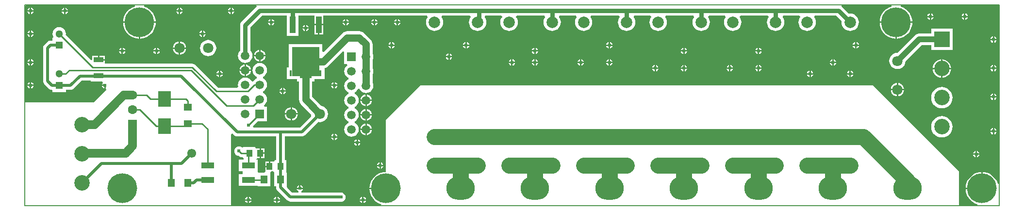
<source format=gtl>
G04 Layer_Physical_Order=1*
G04 Layer_Color=255*
%FSLAX25Y25*%
%MOIN*%
G70*
G01*
G75*
%ADD10R,0.09055X0.11024*%
%ADD11R,0.09055X0.03937*%
%ADD12R,0.03937X0.04724*%
%ADD13R,0.05512X0.04724*%
%ADD14R,0.04724X0.05512*%
%ADD15R,0.01575X0.03937*%
%ADD16R,0.07874X0.01575*%
%ADD17R,0.03937X0.11811*%
%ADD18R,0.18898X0.20079*%
%ADD19R,0.06693X0.03740*%
%ADD20C,0.03000*%
%ADD21C,0.01000*%
%ADD22C,0.11000*%
%ADD23C,0.06000*%
%ADD24C,0.02000*%
%ADD25C,0.05000*%
%ADD26C,0.04000*%
%ADD27C,0.00500*%
%ADD28C,0.05118*%
%ADD29R,0.05118X0.05118*%
%ADD30C,0.20472*%
%ADD31O,0.19685X0.15748*%
%ADD32C,0.07087*%
%ADD33C,0.06102*%
%ADD34R,0.06299X0.06299*%
%ADD35C,0.06299*%
%ADD36C,0.10630*%
%ADD37C,0.05906*%
%ADD38R,0.05906X0.05906*%
%ADD39C,0.07874*%
%ADD40R,0.10630X0.10630*%
%ADD41C,0.02400*%
G36*
X75521Y137795D02*
X75639Y136795D01*
X75257Y136704D01*
X73623Y136027D01*
X72115Y135103D01*
X70770Y133954D01*
X69622Y132609D01*
X68698Y131101D01*
X68021Y129467D01*
X67608Y127747D01*
X67509Y126484D01*
X89972D01*
X89872Y127747D01*
X89460Y129467D01*
X88783Y131101D01*
X87859Y132609D01*
X86710Y133954D01*
X85365Y135103D01*
X83857Y136027D01*
X82223Y136704D01*
X81841Y136795D01*
X81959Y137795D01*
X158954Y137795D01*
X159293Y136795D01*
X158904Y136496D01*
X148921Y126514D01*
X148360Y125782D01*
X148007Y124931D01*
X147887Y124017D01*
Y106526D01*
X147885Y106525D01*
X147091Y105490D01*
X146592Y104285D01*
X146422Y102992D01*
X146592Y101699D01*
X147091Y100494D01*
X147885Y99460D01*
X148920Y98666D01*
X150124Y98167D01*
X151417Y97997D01*
X152710Y98167D01*
X153915Y98666D01*
X154950Y99460D01*
X155744Y100494D01*
X156243Y101699D01*
X156413Y102992D01*
X156243Y104285D01*
X155744Y105490D01*
X154950Y106525D01*
X154947Y106526D01*
Y122555D01*
X162862Y130470D01*
X179949D01*
Y116504D01*
X187886D01*
Y130470D01*
X198941D01*
Y124909D01*
X204878D01*
Y130470D01*
X276203D01*
X276676Y129470D01*
X276536Y129299D01*
X275984Y128267D01*
X275645Y127148D01*
X275530Y125984D01*
X275645Y124820D01*
X275984Y123701D01*
X276536Y122670D01*
X277278Y121766D01*
X278182Y121024D01*
X279213Y120473D01*
X280332Y120133D01*
X281496Y120018D01*
X282660Y120133D01*
X283779Y120473D01*
X284810Y121024D01*
X285715Y121766D01*
X286456Y122670D01*
X287008Y123701D01*
X287347Y124820D01*
X287462Y125984D01*
X287347Y127148D01*
X287008Y128267D01*
X286456Y129299D01*
X286316Y129470D01*
X286789Y130470D01*
X305731D01*
X306204Y129470D01*
X306063Y129299D01*
X305512Y128267D01*
X305172Y127148D01*
X305058Y125984D01*
X305172Y124820D01*
X305512Y123701D01*
X306063Y122670D01*
X306805Y121766D01*
X307709Y121024D01*
X308741Y120473D01*
X309860Y120133D01*
X311024Y120018D01*
X312188Y120133D01*
X313307Y120473D01*
X314338Y121024D01*
X315242Y121766D01*
X315984Y122670D01*
X316535Y123701D01*
X316875Y124820D01*
X316989Y125984D01*
X316875Y127148D01*
X316535Y128267D01*
X315984Y129299D01*
X315844Y129470D01*
X316317Y130470D01*
X327384D01*
X327857Y129470D01*
X327717Y129299D01*
X327166Y128267D01*
X326826Y127148D01*
X326711Y125984D01*
X326826Y124820D01*
X327166Y123701D01*
X327717Y122670D01*
X328459Y121766D01*
X329363Y121024D01*
X330394Y120473D01*
X331513Y120133D01*
X332677Y120018D01*
X333841Y120133D01*
X334960Y120473D01*
X335992Y121024D01*
X336896Y121766D01*
X337637Y122670D01*
X338189Y123701D01*
X338528Y124820D01*
X338643Y125984D01*
X338528Y127148D01*
X338189Y128267D01*
X337637Y129299D01*
X337497Y129470D01*
X337970Y130470D01*
X356912D01*
X357385Y129470D01*
X357244Y129299D01*
X356693Y128267D01*
X356354Y127148D01*
X356239Y125984D01*
X356354Y124820D01*
X356693Y123701D01*
X357244Y122670D01*
X357986Y121766D01*
X358890Y121024D01*
X359922Y120473D01*
X361041Y120133D01*
X362205Y120018D01*
X363369Y120133D01*
X364488Y120473D01*
X365519Y121024D01*
X366423Y121766D01*
X367165Y122670D01*
X367716Y123701D01*
X368056Y124820D01*
X368170Y125984D01*
X368056Y127148D01*
X367716Y128267D01*
X367165Y129299D01*
X367025Y129470D01*
X367498Y130470D01*
X378565D01*
X379038Y129470D01*
X378898Y129299D01*
X378347Y128267D01*
X378007Y127148D01*
X377892Y125984D01*
X378007Y124820D01*
X378347Y123701D01*
X378898Y122670D01*
X379640Y121766D01*
X380544Y121024D01*
X381575Y120473D01*
X382694Y120133D01*
X383858Y120018D01*
X385022Y120133D01*
X386141Y120473D01*
X387173Y121024D01*
X388077Y121766D01*
X388819Y122670D01*
X389370Y123701D01*
X389709Y124820D01*
X389824Y125984D01*
X389709Y127148D01*
X389370Y128267D01*
X388819Y129299D01*
X388678Y129470D01*
X389151Y130470D01*
X408093D01*
X408566Y129470D01*
X408426Y129299D01*
X407874Y128267D01*
X407535Y127148D01*
X407420Y125984D01*
X407535Y124820D01*
X407874Y123701D01*
X408426Y122670D01*
X409167Y121766D01*
X410071Y121024D01*
X411103Y120473D01*
X412222Y120133D01*
X413386Y120018D01*
X414550Y120133D01*
X415669Y120473D01*
X416700Y121024D01*
X417604Y121766D01*
X418346Y122670D01*
X418897Y123701D01*
X419237Y124820D01*
X419352Y125984D01*
X419237Y127148D01*
X418897Y128267D01*
X418346Y129299D01*
X418206Y129470D01*
X418679Y130470D01*
X429746D01*
X430220Y129470D01*
X430079Y129299D01*
X429528Y128267D01*
X429188Y127148D01*
X429074Y125984D01*
X429188Y124820D01*
X429528Y123701D01*
X430079Y122670D01*
X430821Y121766D01*
X431725Y121024D01*
X432756Y120473D01*
X433876Y120133D01*
X435039Y120018D01*
X436203Y120133D01*
X437322Y120473D01*
X438354Y121024D01*
X439258Y121766D01*
X440000Y122670D01*
X440551Y123701D01*
X440891Y124820D01*
X441005Y125984D01*
X440891Y127148D01*
X440551Y128267D01*
X440000Y129299D01*
X439859Y129470D01*
X440332Y130470D01*
X459274D01*
X459747Y129470D01*
X459607Y129299D01*
X459055Y128267D01*
X458716Y127148D01*
X458601Y125984D01*
X458716Y124820D01*
X459055Y123701D01*
X459607Y122670D01*
X460349Y121766D01*
X461252Y121024D01*
X462284Y120473D01*
X463403Y120133D01*
X464567Y120018D01*
X465731Y120133D01*
X466850Y120473D01*
X467881Y121024D01*
X468785Y121766D01*
X469527Y122670D01*
X470079Y123701D01*
X470418Y124820D01*
X470533Y125984D01*
X470418Y127148D01*
X470079Y128267D01*
X469527Y129299D01*
X469387Y129470D01*
X469860Y130470D01*
X480928D01*
X481401Y129470D01*
X481260Y129299D01*
X480709Y128267D01*
X480369Y127148D01*
X480255Y125984D01*
X480369Y124820D01*
X480709Y123701D01*
X481260Y122670D01*
X482002Y121766D01*
X482906Y121024D01*
X483938Y120473D01*
X485057Y120133D01*
X486221Y120018D01*
X487384Y120133D01*
X488504Y120473D01*
X489535Y121024D01*
X490439Y121766D01*
X491181Y122670D01*
X491732Y123701D01*
X492072Y124820D01*
X492186Y125984D01*
X492072Y127148D01*
X491732Y128267D01*
X491181Y129299D01*
X491040Y129470D01*
X491513Y130470D01*
X510455D01*
X510928Y129470D01*
X510788Y129299D01*
X510236Y128267D01*
X509897Y127148D01*
X509782Y125984D01*
X509897Y124820D01*
X510236Y123701D01*
X510788Y122670D01*
X511530Y121766D01*
X512434Y121024D01*
X513465Y120473D01*
X514584Y120133D01*
X515748Y120018D01*
X516912Y120133D01*
X518031Y120473D01*
X519062Y121024D01*
X519966Y121766D01*
X520708Y122670D01*
X521260Y123701D01*
X521599Y124820D01*
X521714Y125984D01*
X521599Y127148D01*
X521260Y128267D01*
X520708Y129299D01*
X520568Y129470D01*
X521041Y130470D01*
X532109D01*
X532582Y129470D01*
X532441Y129299D01*
X531890Y128267D01*
X531551Y127148D01*
X531436Y125984D01*
X531551Y124820D01*
X531890Y123701D01*
X532441Y122670D01*
X533183Y121766D01*
X534087Y121024D01*
X535119Y120473D01*
X536238Y120133D01*
X537402Y120018D01*
X538565Y120133D01*
X539685Y120473D01*
X540716Y121024D01*
X541620Y121766D01*
X542362Y122670D01*
X542913Y123701D01*
X543253Y124820D01*
X543367Y125984D01*
X543253Y127148D01*
X542913Y128267D01*
X542362Y129299D01*
X542221Y129470D01*
X542694Y130470D01*
X557451D01*
X561051Y126870D01*
X560963Y125984D01*
X561078Y124820D01*
X561417Y123701D01*
X561969Y122670D01*
X562711Y121766D01*
X563615Y121024D01*
X564646Y120473D01*
X565765Y120133D01*
X566929Y120018D01*
X568093Y120133D01*
X569212Y120473D01*
X570244Y121024D01*
X571147Y121766D01*
X571889Y122670D01*
X572441Y123701D01*
X572780Y124820D01*
X572895Y125984D01*
X572780Y127148D01*
X572441Y128267D01*
X571889Y129299D01*
X571147Y130203D01*
X570244Y130945D01*
X569212Y131496D01*
X568093Y131835D01*
X566929Y131950D01*
X566043Y131863D01*
X561410Y136496D01*
X561020Y136795D01*
X561360Y137795D01*
X595205Y137795D01*
X595323Y136795D01*
X594942Y136704D01*
X593308Y136027D01*
X591800Y135103D01*
X590455Y133954D01*
X589307Y132609D01*
X588383Y131101D01*
X587706Y129467D01*
X587293Y127747D01*
X587194Y126484D01*
X609657D01*
X609557Y127747D01*
X609144Y129467D01*
X608468Y131101D01*
X607544Y132609D01*
X606395Y133954D01*
X605050Y135103D01*
X603542Y136027D01*
X601908Y136704D01*
X601527Y136795D01*
X601646Y137795D01*
X669291Y137795D01*
X669291Y137795D01*
Y15030D01*
X668291Y14912D01*
X668200Y15294D01*
X667523Y16928D01*
X666599Y18436D01*
X665450Y19781D01*
X664105Y20929D01*
X662597Y21854D01*
X660963Y22530D01*
X659243Y22943D01*
X657980Y23043D01*
Y11811D01*
X657480D01*
Y11311D01*
X646249D01*
X646348Y10048D01*
X646761Y8328D01*
X647438Y6694D01*
X648362Y5186D01*
X649510Y3841D01*
X650855Y2693D01*
X652363Y1768D01*
X653997Y1092D01*
X654380Y1000D01*
X654261Y-0D01*
X641732D01*
X641732Y0D01*
Y7874D01*
Y23622D01*
X637795Y27559D01*
X582677Y82677D01*
X271654D01*
X267717Y78740D01*
X248031Y59055D01*
Y23082D01*
X246268Y22943D01*
X244549Y22530D01*
X242915Y21854D01*
X241407Y20929D01*
X240062Y19781D01*
X238913Y18436D01*
X237989Y16928D01*
X237312Y15294D01*
X236899Y13574D01*
X236800Y12311D01*
X248031D01*
Y11311D01*
X236800D01*
X236899Y10048D01*
X237312Y8328D01*
X237989Y6694D01*
X238913Y5186D01*
X240062Y3841D01*
X241407Y2693D01*
X242915Y1768D01*
X244549Y1092D01*
X244931Y1000D01*
X244812Y-0D01*
X142732D01*
X141732Y0D01*
X141732Y49074D01*
X142732Y49488D01*
X143860Y48360D01*
X143860Y48360D01*
X144487Y47879D01*
X145217Y47577D01*
X146000Y47474D01*
X172683D01*
Y31262D01*
X171672D01*
Y31037D01*
X171128Y30262D01*
X170672Y30262D01*
X168660D01*
Y26900D01*
X168160D01*
Y26400D01*
X165191D01*
Y23756D01*
X165191Y23538D01*
X164665Y22756D01*
X160470D01*
X160071Y23591D01*
X160071Y23697D01*
Y31528D01*
X159215D01*
X159160Y31582D01*
X159136Y31638D01*
X159144Y31722D01*
X159799Y32638D01*
X161240D01*
Y36000D01*
Y39362D01*
X159228D01*
X158772Y39362D01*
X158228Y40137D01*
Y40362D01*
X150291D01*
Y40240D01*
X149676Y39930D01*
X149291Y39852D01*
X148714Y40295D01*
X147935Y40618D01*
X147100Y40728D01*
X146265Y40618D01*
X145486Y40295D01*
X144818Y39782D01*
X144305Y39114D01*
X143982Y38335D01*
X143872Y37500D01*
X143982Y36665D01*
X144305Y35886D01*
X144818Y35218D01*
X145486Y34705D01*
X146265Y34382D01*
X146666Y34330D01*
X146798Y34198D01*
X147625Y33645D01*
X148600Y33451D01*
X149584D01*
X150291Y32744D01*
Y31638D01*
X149337Y31528D01*
X147016D01*
Y23591D01*
X149606D01*
Y21528D01*
X147016D01*
Y13590D01*
X159929D01*
Y13244D01*
X168654D01*
Y22538D01*
X168654Y22756D01*
X169180Y23538D01*
X170820Y23538D01*
X171299Y22827D01*
X171346Y22628D01*
Y13244D01*
X172683D01*
Y12591D01*
X172786Y11808D01*
X173088Y11078D01*
X173569Y10452D01*
X180360Y3660D01*
X180360Y3660D01*
X180987Y3179D01*
X181717Y2877D01*
X182500Y2774D01*
X182500Y2774D01*
X216143D01*
X216365Y2682D01*
X217200Y2572D01*
X218035Y2682D01*
X218814Y3005D01*
X219482Y3518D01*
X219995Y4186D01*
X220318Y4965D01*
X220428Y5800D01*
X220318Y6635D01*
X219995Y7414D01*
X219482Y8082D01*
X218814Y8595D01*
X218035Y8918D01*
X217200Y9028D01*
X216365Y8918D01*
X216143Y8826D01*
X190132D01*
X189974Y9312D01*
X189965Y9826D01*
X190562Y10225D01*
X191049Y10953D01*
X191120Y11311D01*
X186833D01*
X186904Y10953D01*
X187390Y10225D01*
X187987Y9826D01*
X187979Y9312D01*
X187821Y8826D01*
X183753D01*
X180299Y12280D01*
X180071Y13244D01*
X180071D01*
X180071Y13244D01*
Y22756D01*
X179609D01*
Y31262D01*
X178735D01*
Y47474D01*
X190264D01*
X191047Y47577D01*
X191777Y47879D01*
X192403Y48360D01*
X201597Y57554D01*
X202756Y57401D01*
X204203Y57591D01*
X205552Y58150D01*
X206709Y59039D01*
X207598Y60197D01*
X208156Y61545D01*
X208347Y62992D01*
X208156Y64439D01*
X207598Y65788D01*
X206709Y66946D01*
X205552Y67834D01*
X204203Y68393D01*
X203709Y68458D01*
X197452Y74715D01*
Y85402D01*
X198850D01*
Y86976D01*
X205937D01*
Y94585D01*
X206291Y94632D01*
X207385Y95085D01*
X208325Y95806D01*
X218533Y106014D01*
X219457Y105631D01*
Y97409D01*
X221209D01*
X221548Y96409D01*
X220877Y95894D01*
X220083Y94860D01*
X219584Y93655D01*
X219414Y92362D01*
X219584Y91069D01*
X220083Y89864D01*
X220877Y88830D01*
X221912Y88036D01*
X222232Y87903D01*
Y86821D01*
X221912Y86688D01*
X220877Y85895D01*
X220083Y84860D01*
X219584Y83655D01*
X219414Y82362D01*
X219584Y81069D01*
X220083Y79864D01*
X220877Y78830D01*
X221912Y78036D01*
X222232Y77903D01*
Y76821D01*
X221912Y76688D01*
X220877Y75894D01*
X220083Y74860D01*
X219584Y73655D01*
X219414Y72362D01*
X219584Y71069D01*
X220083Y69864D01*
X220877Y68830D01*
X221912Y68036D01*
X222232Y67903D01*
Y66821D01*
X221912Y66688D01*
X220877Y65895D01*
X220083Y64860D01*
X219584Y63655D01*
X219414Y62362D01*
X219584Y61069D01*
X220083Y59864D01*
X220877Y58830D01*
X221912Y58036D01*
X222232Y57903D01*
Y56821D01*
X221912Y56688D01*
X220877Y55895D01*
X220083Y54860D01*
X219584Y53655D01*
X219414Y52362D01*
X219584Y51069D01*
X220083Y49864D01*
X220877Y48830D01*
X221912Y48036D01*
X223116Y47537D01*
X224410Y47367D01*
X225702Y47537D01*
X226907Y48036D01*
X227942Y48830D01*
X228736Y49864D01*
X229235Y51069D01*
X229405Y52362D01*
X229235Y53655D01*
X228736Y54860D01*
X227942Y55895D01*
X226907Y56688D01*
X226587Y56821D01*
Y57903D01*
X226907Y58036D01*
X227942Y58830D01*
X228736Y59864D01*
X229235Y61069D01*
X229405Y62362D01*
X229235Y63655D01*
X228736Y64860D01*
X227942Y65895D01*
X226907Y66688D01*
X226587Y66821D01*
Y67903D01*
X226907Y68036D01*
X227942Y68830D01*
X228736Y69864D01*
X229235Y71069D01*
X229405Y72362D01*
X229235Y73655D01*
X228736Y74860D01*
X227942Y75894D01*
X226907Y76688D01*
X226587Y76821D01*
Y77903D01*
X226907Y78036D01*
X227942Y78830D01*
X228736Y79864D01*
X228868Y80185D01*
X229951D01*
X230083Y79864D01*
X230877Y78830D01*
X231912Y78036D01*
X233117Y77537D01*
X234409Y77367D01*
X235702Y77537D01*
X236907Y78036D01*
X237942Y78830D01*
X238736Y79864D01*
X239235Y81069D01*
X239405Y82362D01*
X239235Y83655D01*
X238948Y84347D01*
Y90378D01*
X239235Y91069D01*
X239405Y92362D01*
X239235Y93655D01*
X238948Y94347D01*
Y100378D01*
X239235Y101069D01*
X239405Y102362D01*
X239235Y103655D01*
X238948Y104347D01*
Y110791D01*
X238948Y110791D01*
X238794Y111965D01*
X238340Y113060D01*
X237619Y114000D01*
X233009Y118609D01*
X232069Y119331D01*
X230975Y119784D01*
X229800Y119939D01*
X221500D01*
X220325Y119784D01*
X219231Y119331D01*
X218291Y118609D01*
X205286Y105605D01*
X204362Y105988D01*
Y111055D01*
X181465D01*
Y94913D01*
X179890D01*
Y86976D01*
X186976D01*
Y85402D01*
X188375D01*
Y72835D01*
X188529Y71660D01*
X188983Y70565D01*
X189704Y69625D01*
X196737Y62592D01*
X196748Y61264D01*
X189010Y53526D01*
X157463D01*
X156986Y54046D01*
X156742Y54526D01*
X156770Y54740D01*
X160069Y58039D01*
X166370D01*
Y67945D01*
X164618D01*
X164279Y68945D01*
X164950Y69460D01*
X165744Y70494D01*
X166243Y71699D01*
X166413Y72992D01*
X166243Y74285D01*
X165744Y75490D01*
X164950Y76525D01*
X163915Y77318D01*
X163595Y77451D01*
Y78533D01*
X163915Y78666D01*
X164950Y79460D01*
X165744Y80494D01*
X166243Y81699D01*
X166413Y82992D01*
X166243Y84285D01*
X165744Y85490D01*
X164950Y86524D01*
X163915Y87318D01*
X163595Y87451D01*
Y88533D01*
X163915Y88666D01*
X164950Y89460D01*
X165744Y90494D01*
X166243Y91699D01*
X166413Y92992D01*
X166243Y94285D01*
X165744Y95490D01*
X164950Y96525D01*
X163915Y97318D01*
X162710Y97817D01*
X161417Y97988D01*
X160124Y97817D01*
X158920Y97318D01*
X157885Y96525D01*
X157091Y95490D01*
X156592Y94285D01*
X156422Y92992D01*
X156592Y91699D01*
X157091Y90494D01*
X157885Y89460D01*
X158920Y88666D01*
X159240Y88533D01*
Y87451D01*
X158920Y87318D01*
X157885Y86524D01*
X157091Y85490D01*
X157058Y85411D01*
X156739Y85347D01*
X156575Y85238D01*
X155744Y85490D01*
X154950Y86524D01*
X153915Y87318D01*
X152710Y87817D01*
X151417Y87988D01*
X150124Y87817D01*
X148920Y87318D01*
X147885Y86524D01*
X147091Y85490D01*
X146592Y84285D01*
X146422Y82992D01*
X146541Y82088D01*
X145878Y81088D01*
X132680D01*
X116866Y96902D01*
X116039Y97455D01*
X115064Y97649D01*
X55146D01*
Y99712D01*
X50800D01*
Y100212D01*
X50300D01*
Y103082D01*
X46454D01*
Y100190D01*
X45530Y99807D01*
X28105Y117232D01*
X28220Y118110D01*
X28064Y119300D01*
X27604Y120409D01*
X26874Y121362D01*
X25921Y122093D01*
X24812Y122552D01*
X23622Y122709D01*
X22432Y122552D01*
X21323Y122093D01*
X20370Y121362D01*
X19640Y120409D01*
X19180Y119300D01*
X19024Y118110D01*
X19180Y116920D01*
X19640Y115811D01*
X19652Y115795D01*
X19159Y114795D01*
X19063D01*
Y113262D01*
X17536D01*
X16753Y113159D01*
X16023Y112857D01*
X15397Y112376D01*
X13460Y110440D01*
X12979Y109813D01*
X12677Y109083D01*
X12574Y108300D01*
Y85700D01*
X12677Y84917D01*
X12979Y84187D01*
X13460Y83560D01*
X16483Y80537D01*
X17110Y80057D01*
X17840Y79754D01*
X18623Y79651D01*
X19063Y78839D01*
Y78118D01*
X28181D01*
Y79651D01*
X31496D01*
X32279Y79754D01*
X33009Y80057D01*
X33636Y80537D01*
X39172Y86074D01*
X45454D01*
Y85318D01*
X53311D01*
X53614Y84318D01*
X53532Y84263D01*
X53046Y83536D01*
X52974Y83177D01*
X55118D01*
Y82677D01*
X55618D01*
Y80221D01*
X55960Y79582D01*
X47244Y70866D01*
X0D01*
X-0Y70866D01*
Y136795D01*
X1000Y137795D01*
X75521Y137795D01*
D02*
G37*
%LPC*%
G36*
X566429Y90051D02*
X564785D01*
X564857Y89693D01*
X565343Y88965D01*
X566071Y88479D01*
X566429Y88407D01*
Y90051D01*
D02*
G37*
G36*
X569073D02*
X567429D01*
Y88407D01*
X567788Y88479D01*
X568515Y88965D01*
X569001Y89693D01*
X569073Y90051D01*
D02*
G37*
G36*
X150917Y92492D02*
X147496D01*
X147566Y91960D01*
X147965Y90999D01*
X148598Y90173D01*
X149424Y89539D01*
X150385Y89141D01*
X150917Y89071D01*
Y92492D01*
D02*
G37*
G36*
X541514Y90051D02*
X539870D01*
Y88407D01*
X540229Y88479D01*
X540956Y88965D01*
X541442Y89693D01*
X541514Y90051D01*
D02*
G37*
G36*
X133358D02*
X131715D01*
X131786Y89693D01*
X132272Y88965D01*
X133000Y88479D01*
X133358Y88407D01*
Y90051D01*
D02*
G37*
G36*
X136002D02*
X134358D01*
Y88407D01*
X134717Y88479D01*
X135444Y88965D01*
X135931Y89693D01*
X136002Y90051D01*
D02*
G37*
G36*
X538870D02*
X537226D01*
X537298Y89693D01*
X537784Y88965D01*
X538512Y88479D01*
X538870Y88407D01*
Y90051D01*
D02*
G37*
G36*
X155338Y92492D02*
X151917D01*
Y89071D01*
X152449Y89141D01*
X153411Y89539D01*
X154236Y90173D01*
X154870Y90999D01*
X155268Y91960D01*
X155338Y92492D01*
D02*
G37*
G36*
X566429Y92695D02*
X566071Y92624D01*
X565343Y92137D01*
X564857Y91410D01*
X564785Y91051D01*
X566429D01*
Y92695D01*
D02*
G37*
G36*
X567429D02*
Y91051D01*
X569073D01*
X569001Y91410D01*
X568515Y92137D01*
X567788Y92624D01*
X567429Y92695D01*
D02*
G37*
G36*
X432571Y93988D02*
X430927D01*
X430999Y93630D01*
X431485Y92902D01*
X432212Y92416D01*
X432571Y92345D01*
Y93988D01*
D02*
G37*
G36*
X539870Y92695D02*
Y91051D01*
X541514D01*
X541442Y91410D01*
X540956Y92137D01*
X540229Y92624D01*
X539870Y92695D01*
D02*
G37*
G36*
X133358D02*
X133000Y92624D01*
X132272Y92137D01*
X131786Y91410D01*
X131715Y91051D01*
X133358D01*
Y92695D01*
D02*
G37*
G36*
X134358D02*
Y91051D01*
X136002D01*
X135931Y91410D01*
X135444Y92137D01*
X134717Y92624D01*
X134358Y92695D01*
D02*
G37*
G36*
X538870D02*
X538512Y92624D01*
X537784Y92137D01*
X537298Y91410D01*
X537226Y91051D01*
X538870D01*
Y92695D01*
D02*
G37*
G36*
X3437Y82177D02*
X1793D01*
X1865Y81819D01*
X2351Y81091D01*
X3079Y80605D01*
X3437Y80533D01*
Y82177D01*
D02*
G37*
G36*
X6081D02*
X4437D01*
Y80533D01*
X4795Y80605D01*
X5523Y81091D01*
X6009Y81819D01*
X6081Y82177D01*
D02*
G37*
G36*
X54618D02*
X52974D01*
X53046Y81819D01*
X53532Y81091D01*
X54260Y80605D01*
X54618Y80533D01*
Y82177D01*
D02*
G37*
G36*
X599909Y84241D02*
Y80224D01*
X603926D01*
X603836Y80910D01*
X603378Y82016D01*
X602650Y82965D01*
X601701Y83693D01*
X600596Y84151D01*
X599909Y84241D01*
D02*
G37*
G36*
X176665Y80884D02*
X176307Y80813D01*
X175579Y80326D01*
X175093Y79599D01*
X175022Y79240D01*
X176665D01*
Y80884D01*
D02*
G37*
G36*
X177665D02*
Y79240D01*
X179309D01*
X179238Y79599D01*
X178752Y80326D01*
X178024Y80813D01*
X177665Y80884D01*
D02*
G37*
G36*
X598910Y84241D02*
X598223Y84151D01*
X597118Y83693D01*
X596169Y82965D01*
X595441Y82016D01*
X594983Y80910D01*
X594893Y80224D01*
X598910D01*
Y84241D01*
D02*
G37*
G36*
X212098Y82177D02*
X210455D01*
X210526Y81819D01*
X211012Y81091D01*
X211740Y80605D01*
X212098Y80533D01*
Y82177D01*
D02*
G37*
G36*
X213098Y84821D02*
Y83177D01*
X214742D01*
X214671Y83536D01*
X214184Y84263D01*
X213457Y84750D01*
X213098Y84821D01*
D02*
G37*
G36*
X629421Y93673D02*
X623625D01*
X623698Y92935D01*
X624059Y91745D01*
X624645Y90648D01*
X625434Y89686D01*
X626396Y88897D01*
X627493Y88311D01*
X628683Y87950D01*
X629421Y87877D01*
Y93673D01*
D02*
G37*
G36*
X636217D02*
X630421D01*
Y87877D01*
X631159Y87950D01*
X632350Y88311D01*
X633447Y88897D01*
X634408Y89686D01*
X635197Y90648D01*
X635784Y91745D01*
X636145Y92935D01*
X636217Y93673D01*
D02*
G37*
G36*
X212098Y84821D02*
X211740Y84750D01*
X211012Y84263D01*
X210526Y83536D01*
X210455Y83177D01*
X212098D01*
Y84821D01*
D02*
G37*
G36*
X214742Y82177D02*
X213098D01*
Y80533D01*
X213457Y80605D01*
X214184Y81091D01*
X214671Y81819D01*
X214742Y82177D01*
D02*
G37*
G36*
X3437Y84821D02*
X3079Y84750D01*
X2351Y84263D01*
X1865Y83536D01*
X1793Y83177D01*
X3437D01*
Y84821D01*
D02*
G37*
G36*
X4437D02*
Y83177D01*
X6081D01*
X6009Y83536D01*
X5523Y84263D01*
X4795Y84750D01*
X4437Y84821D01*
D02*
G37*
G36*
X435215Y93988D02*
X433571D01*
Y92345D01*
X433929Y92416D01*
X434657Y92902D01*
X435143Y93630D01*
X435215Y93988D01*
D02*
G37*
G36*
X664854Y96632D02*
X664496Y96561D01*
X663768Y96074D01*
X663282Y95347D01*
X663211Y94988D01*
X664854D01*
Y96632D01*
D02*
G37*
G36*
X665854D02*
Y94988D01*
X667498D01*
X667427Y95347D01*
X666940Y96074D01*
X666213Y96561D01*
X665854Y96632D01*
D02*
G37*
G36*
X3437Y97925D02*
X1793D01*
X1865Y97567D01*
X2351Y96839D01*
X3079Y96353D01*
X3437Y96282D01*
Y97925D01*
D02*
G37*
G36*
X504437Y96632D02*
Y94988D01*
X506081D01*
X506009Y95347D01*
X505523Y96074D01*
X504795Y96561D01*
X504437Y96632D01*
D02*
G37*
G36*
X483752D02*
X483394Y96561D01*
X482666Y96074D01*
X482180Y95347D01*
X482108Y94988D01*
X483752D01*
Y96632D01*
D02*
G37*
G36*
X484752D02*
Y94988D01*
X486396D01*
X486324Y95347D01*
X485838Y96074D01*
X485110Y96561D01*
X484752Y96632D01*
D02*
G37*
G36*
X503437D02*
X503079Y96561D01*
X502351Y96074D01*
X501865Y95347D01*
X501793Y94988D01*
X503437D01*
Y96632D01*
D02*
G37*
G36*
X6081Y97925D02*
X4437D01*
Y96282D01*
X4795Y96353D01*
X5523Y96839D01*
X6009Y97567D01*
X6081Y97925D01*
D02*
G37*
G36*
X381390D02*
X379746D01*
X379817Y97567D01*
X380304Y96839D01*
X381031Y96353D01*
X381390Y96282D01*
Y97925D01*
D02*
G37*
G36*
X384033D02*
X382390D01*
Y96282D01*
X382748Y96353D01*
X383476Y96839D01*
X383962Y97567D01*
X384033Y97925D01*
D02*
G37*
G36*
X401075D02*
X399431D01*
X399502Y97567D01*
X399989Y96839D01*
X400716Y96353D01*
X401075Y96282D01*
Y97925D01*
D02*
G37*
G36*
X352537D02*
X350894D01*
Y96282D01*
X351252Y96353D01*
X351980Y96839D01*
X352466Y97567D01*
X352537Y97925D01*
D02*
G37*
G36*
X334146D02*
X332502D01*
X332573Y97567D01*
X333060Y96839D01*
X333787Y96353D01*
X334146Y96282D01*
Y97925D01*
D02*
G37*
G36*
X336789D02*
X335146D01*
Y96282D01*
X335504Y96353D01*
X336232Y96839D01*
X336718Y97567D01*
X336789Y97925D01*
D02*
G37*
G36*
X349894D02*
X348250D01*
X348321Y97567D01*
X348808Y96839D01*
X349535Y96353D01*
X349894Y96282D01*
Y97925D01*
D02*
G37*
G36*
X453256Y96632D02*
Y94988D01*
X454900D01*
X454828Y95347D01*
X454342Y96074D01*
X453614Y96561D01*
X453256Y96632D01*
D02*
G37*
G36*
X503437Y93988D02*
X501793D01*
X501865Y93630D01*
X502351Y92902D01*
X503079Y92416D01*
X503437Y92345D01*
Y93988D01*
D02*
G37*
G36*
X506081D02*
X504437D01*
Y92345D01*
X504795Y92416D01*
X505523Y92902D01*
X506009Y93630D01*
X506081Y93988D01*
D02*
G37*
G36*
X664854D02*
X663211D01*
X663282Y93630D01*
X663768Y92902D01*
X664496Y92416D01*
X664854Y92345D01*
Y93988D01*
D02*
G37*
G36*
X486396D02*
X484752D01*
Y92345D01*
X485110Y92416D01*
X485838Y92902D01*
X486324Y93630D01*
X486396Y93988D01*
D02*
G37*
G36*
X452256D02*
X450612D01*
X450684Y93630D01*
X451170Y92902D01*
X451897Y92416D01*
X452256Y92345D01*
Y93988D01*
D02*
G37*
G36*
X454900D02*
X453256D01*
Y92345D01*
X453614Y92416D01*
X454342Y92902D01*
X454828Y93630D01*
X454900Y93988D01*
D02*
G37*
G36*
X483752D02*
X482108D01*
X482180Y93630D01*
X482666Y92902D01*
X483394Y92416D01*
X483752Y92345D01*
Y93988D01*
D02*
G37*
G36*
X667498D02*
X665854D01*
Y92345D01*
X666213Y92416D01*
X666940Y92902D01*
X667427Y93630D01*
X667498Y93988D01*
D02*
G37*
G36*
X432571Y96632D02*
X432212Y96561D01*
X431485Y96074D01*
X430999Y95347D01*
X430927Y94988D01*
X432571D01*
Y96632D01*
D02*
G37*
G36*
X433571D02*
Y94988D01*
X435215D01*
X435143Y95347D01*
X434657Y96074D01*
X433929Y96561D01*
X433571Y96632D01*
D02*
G37*
G36*
X452256D02*
X451897Y96561D01*
X451170Y96074D01*
X450684Y95347D01*
X450612Y94988D01*
X452256D01*
Y96632D01*
D02*
G37*
G36*
X630421Y100470D02*
Y94673D01*
X636217D01*
X636145Y95411D01*
X635784Y96602D01*
X635197Y97699D01*
X634408Y98660D01*
X633447Y99449D01*
X632350Y100036D01*
X631159Y100397D01*
X630421Y100470D01*
D02*
G37*
G36*
X150917Y96913D02*
X150385Y96843D01*
X149424Y96445D01*
X148598Y95811D01*
X147965Y94986D01*
X147566Y94024D01*
X147496Y93492D01*
X150917D01*
Y96913D01*
D02*
G37*
G36*
X151917D02*
Y93492D01*
X155338D01*
X155268Y94024D01*
X154870Y94986D01*
X154236Y95811D01*
X153411Y96445D01*
X152449Y96843D01*
X151917Y96913D01*
D02*
G37*
G36*
X629421Y100470D02*
X628683Y100397D01*
X627493Y100036D01*
X626396Y99449D01*
X625434Y98660D01*
X624645Y97699D01*
X624059Y96602D01*
X623698Y95411D01*
X623625Y94673D01*
X629421D01*
Y100470D01*
D02*
G37*
G36*
X179309Y78240D02*
X177665D01*
Y76596D01*
X178024Y76668D01*
X178752Y77154D01*
X179238Y77882D01*
X179309Y78240D01*
D02*
G37*
G36*
X164709Y35500D02*
X162240D01*
Y32638D01*
X164709D01*
Y35500D01*
D02*
G37*
G36*
X653043Y34933D02*
X651400D01*
X651471Y34575D01*
X651957Y33847D01*
X652685Y33361D01*
X653043Y33289D01*
Y34933D01*
D02*
G37*
G36*
X655687D02*
X654043D01*
Y33289D01*
X654402Y33361D01*
X655129Y33847D01*
X655616Y34575D01*
X655687Y34933D01*
D02*
G37*
G36*
X244595Y29703D02*
Y28059D01*
X246238D01*
X246167Y28418D01*
X245681Y29145D01*
X244953Y29631D01*
X244595Y29703D01*
D02*
G37*
G36*
X246238Y27059D02*
X244595D01*
Y25415D01*
X244953Y25487D01*
X245681Y25973D01*
X246167Y26701D01*
X246238Y27059D01*
D02*
G37*
G36*
X167660Y30262D02*
X165191D01*
Y27400D01*
X167660D01*
Y30262D01*
D02*
G37*
G36*
X243595Y29703D02*
X243236Y29631D01*
X242508Y29145D01*
X242022Y28418D01*
X241951Y28059D01*
X243595D01*
Y29703D01*
D02*
G37*
G36*
X653043Y37577D02*
X652685Y37505D01*
X651957Y37019D01*
X651471Y36292D01*
X651400Y35933D01*
X653043D01*
Y37577D01*
D02*
G37*
G36*
X227847Y45451D02*
X227488Y45379D01*
X226760Y44893D01*
X226274Y44166D01*
X226203Y43807D01*
X227847D01*
Y45451D01*
D02*
G37*
G36*
X228847D02*
Y43807D01*
X230490D01*
X230419Y44166D01*
X229933Y44893D01*
X229205Y45379D01*
X228847Y45451D01*
D02*
G37*
G36*
X212098Y46744D02*
X210455D01*
X210526Y46386D01*
X211012Y45658D01*
X211740Y45172D01*
X212098Y45101D01*
Y46744D01*
D02*
G37*
G36*
X230490Y42807D02*
X228847D01*
Y41164D01*
X229205Y41235D01*
X229933Y41721D01*
X230419Y42449D01*
X230490Y42807D01*
D02*
G37*
G36*
X654043Y37577D02*
Y35933D01*
X655687D01*
X655616Y36292D01*
X655129Y37019D01*
X654402Y37505D01*
X654043Y37577D01*
D02*
G37*
G36*
X162240Y39362D02*
Y36500D01*
X164709D01*
Y39362D01*
X162240D01*
D02*
G37*
G36*
X227847Y42807D02*
X226203D01*
X226274Y42449D01*
X226760Y41721D01*
X227488Y41235D01*
X227847Y41164D01*
Y42807D01*
D02*
G37*
G36*
X243595Y27059D02*
X241951D01*
X242022Y26701D01*
X242508Y25973D01*
X243236Y25487D01*
X243595Y25415D01*
Y27059D01*
D02*
G37*
G36*
X231784Y3437D02*
X230140D01*
X230211Y3079D01*
X230697Y2351D01*
X231425Y1865D01*
X231784Y1793D01*
Y3437D01*
D02*
G37*
G36*
X234427D02*
X232784D01*
Y1793D01*
X233142Y1865D01*
X233870Y2351D01*
X234356Y3079D01*
X234427Y3437D01*
D02*
G37*
G36*
X153043Y6081D02*
X152685Y6009D01*
X151957Y5523D01*
X151471Y4795D01*
X151400Y4437D01*
X153043D01*
Y6081D01*
D02*
G37*
G36*
X175372Y3437D02*
X173728D01*
Y1793D01*
X174087Y1865D01*
X174814Y2351D01*
X175301Y3079D01*
X175372Y3437D01*
D02*
G37*
G36*
X153043D02*
X151400D01*
X151471Y3079D01*
X151957Y2351D01*
X152685Y1865D01*
X153043Y1793D01*
Y3437D01*
D02*
G37*
G36*
X155687D02*
X154043D01*
Y1793D01*
X154402Y1865D01*
X155129Y2351D01*
X155616Y3079D01*
X155687Y3437D01*
D02*
G37*
G36*
X172728D02*
X171085D01*
X171156Y3079D01*
X171642Y2351D01*
X172370Y1865D01*
X172728Y1793D01*
Y3437D01*
D02*
G37*
G36*
X154043Y6081D02*
Y4437D01*
X155687D01*
X155616Y4795D01*
X155129Y5523D01*
X154402Y6009D01*
X154043Y6081D01*
D02*
G37*
G36*
X188476Y13955D02*
X188118Y13883D01*
X187390Y13397D01*
X186904Y12669D01*
X186833Y12311D01*
X188476D01*
Y13955D01*
D02*
G37*
G36*
X189476D02*
Y12311D01*
X191120D01*
X191049Y12669D01*
X190562Y13397D01*
X189835Y13883D01*
X189476Y13955D01*
D02*
G37*
G36*
X656980Y23043D02*
X655717Y22943D01*
X653997Y22530D01*
X652363Y21854D01*
X650855Y20929D01*
X649510Y19781D01*
X648362Y18436D01*
X647438Y16928D01*
X646761Y15294D01*
X646348Y13574D01*
X646249Y12311D01*
X656980D01*
Y23043D01*
D02*
G37*
G36*
X232784Y6081D02*
Y4437D01*
X234427D01*
X234356Y4795D01*
X233870Y5523D01*
X233142Y6009D01*
X232784Y6081D01*
D02*
G37*
G36*
X172728D02*
X172370Y6009D01*
X171642Y5523D01*
X171156Y4795D01*
X171085Y4437D01*
X172728D01*
Y6081D01*
D02*
G37*
G36*
X173728D02*
Y4437D01*
X175372D01*
X175301Y4795D01*
X174814Y5523D01*
X174087Y6009D01*
X173728Y6081D01*
D02*
G37*
G36*
X231784D02*
X231425Y6009D01*
X230697Y5523D01*
X230211Y4795D01*
X230140Y4437D01*
X231784D01*
Y6081D01*
D02*
G37*
G36*
X214742Y46744D02*
X213098D01*
Y45101D01*
X213457Y45172D01*
X214184Y45658D01*
X214671Y46386D01*
X214742Y46744D01*
D02*
G37*
G36*
X233910Y71862D02*
X230488D01*
X230558Y71330D01*
X230957Y70369D01*
X231590Y69543D01*
X232416Y68910D01*
X233378Y68511D01*
X233910Y68441D01*
Y71862D01*
D02*
G37*
G36*
X238331D02*
X234910D01*
Y68441D01*
X235441Y68511D01*
X236403Y68910D01*
X237229Y69543D01*
X237862Y70369D01*
X238261Y71330D01*
X238331Y71862D01*
D02*
G37*
G36*
X664854Y74303D02*
X663211D01*
X663282Y73945D01*
X663768Y73217D01*
X664496Y72731D01*
X664854Y72659D01*
Y74303D01*
D02*
G37*
G36*
X629921Y81524D02*
X628487Y81382D01*
X627108Y80964D01*
X625838Y80285D01*
X624724Y79371D01*
X623810Y78257D01*
X623130Y76986D01*
X622712Y75607D01*
X622571Y74173D01*
X622712Y72739D01*
X623130Y71360D01*
X623810Y70090D01*
X624724Y68976D01*
X625838Y68062D01*
X627108Y67382D01*
X628487Y66964D01*
X629921Y66823D01*
X631355Y66964D01*
X632734Y67382D01*
X634005Y68062D01*
X635119Y68976D01*
X636033Y70090D01*
X636712Y71360D01*
X637130Y72739D01*
X637272Y74173D01*
X637130Y75607D01*
X636712Y76986D01*
X636033Y78257D01*
X635119Y79371D01*
X634005Y80285D01*
X632734Y80964D01*
X631355Y81382D01*
X629921Y81524D01*
D02*
G37*
G36*
X234910Y66283D02*
Y62862D01*
X238331D01*
X238261Y63394D01*
X237862Y64356D01*
X237229Y65181D01*
X236403Y65815D01*
X235441Y66213D01*
X234910Y66283D01*
D02*
G37*
G36*
X182571Y67509D02*
X181885Y67418D01*
X180780Y66961D01*
X179831Y66232D01*
X179102Y65283D01*
X178645Y64178D01*
X178554Y63492D01*
X182571D01*
Y67509D01*
D02*
G37*
G36*
X183571D02*
Y63492D01*
X187588D01*
X187497Y64178D01*
X187039Y65283D01*
X186311Y66232D01*
X185362Y66961D01*
X184257Y67418D01*
X183571Y67509D01*
D02*
G37*
G36*
X667498Y74303D02*
X665854D01*
Y72659D01*
X666213Y72731D01*
X666940Y73217D01*
X667427Y73945D01*
X667498Y74303D01*
D02*
G37*
G36*
X664854Y76947D02*
X664496Y76876D01*
X663768Y76389D01*
X663282Y75661D01*
X663211Y75303D01*
X664854D01*
Y76947D01*
D02*
G37*
G36*
X665854D02*
Y75303D01*
X667498D01*
X667427Y75661D01*
X666940Y76389D01*
X666213Y76876D01*
X665854Y76947D01*
D02*
G37*
G36*
X176665Y78240D02*
X175022D01*
X175093Y77882D01*
X175579Y77154D01*
X176307Y76668D01*
X176665Y76596D01*
Y78240D01*
D02*
G37*
G36*
X603926Y79224D02*
X599909D01*
Y75208D01*
X600596Y75298D01*
X601701Y75756D01*
X602650Y76484D01*
X603378Y77433D01*
X603836Y78538D01*
X603926Y79224D01*
D02*
G37*
G36*
X233910Y76283D02*
X233378Y76213D01*
X232416Y75815D01*
X231590Y75181D01*
X230957Y74356D01*
X230558Y73394D01*
X230488Y72862D01*
X233910D01*
Y76283D01*
D02*
G37*
G36*
X234910D02*
Y72862D01*
X238331D01*
X238261Y73394D01*
X237862Y74356D01*
X237229Y75181D01*
X236403Y75815D01*
X235441Y76213D01*
X234910Y76283D01*
D02*
G37*
G36*
X598910Y79224D02*
X594893D01*
X594983Y78538D01*
X595441Y77433D01*
X596169Y76484D01*
X597118Y75756D01*
X598223Y75298D01*
X598910Y75208D01*
Y79224D01*
D02*
G37*
G36*
X233910Y66283D02*
X233378Y66213D01*
X232416Y65815D01*
X231590Y65181D01*
X230957Y64356D01*
X230558Y63394D01*
X230488Y62862D01*
X233910D01*
Y66283D01*
D02*
G37*
G36*
X238331Y51862D02*
X234910D01*
Y48441D01*
X235441Y48511D01*
X236403Y48910D01*
X237229Y49543D01*
X237862Y50369D01*
X238261Y51330D01*
X238331Y51862D01*
D02*
G37*
G36*
X664854Y50681D02*
X663211D01*
X663282Y50323D01*
X663768Y49595D01*
X664496Y49109D01*
X664854Y49038D01*
Y50681D01*
D02*
G37*
G36*
X667498D02*
X665854D01*
Y49038D01*
X666213Y49109D01*
X666940Y49595D01*
X667427Y50323D01*
X667498Y50681D01*
D02*
G37*
G36*
X233910Y51862D02*
X230488D01*
X230558Y51330D01*
X230957Y50369D01*
X231590Y49543D01*
X232416Y48910D01*
X233378Y48511D01*
X233910Y48441D01*
Y51862D01*
D02*
G37*
G36*
X629921Y61524D02*
X628487Y61382D01*
X627108Y60964D01*
X625838Y60285D01*
X624724Y59371D01*
X623810Y58257D01*
X623130Y56986D01*
X622712Y55607D01*
X622571Y54173D01*
X622712Y52739D01*
X623130Y51360D01*
X623810Y50090D01*
X624724Y48976D01*
X625838Y48062D01*
X627108Y47382D01*
X628487Y46964D01*
X629921Y46823D01*
X631355Y46964D01*
X632734Y47382D01*
X634005Y48062D01*
X635119Y48976D01*
X636033Y50090D01*
X636712Y51360D01*
X637130Y52739D01*
X637272Y54173D01*
X637130Y55607D01*
X636712Y56986D01*
X636033Y58257D01*
X635119Y59371D01*
X634005Y60285D01*
X632734Y60964D01*
X631355Y61382D01*
X629921Y61524D01*
D02*
G37*
G36*
X212098Y49388D02*
X211740Y49316D01*
X211012Y48830D01*
X210526Y48103D01*
X210455Y47744D01*
X212098D01*
Y49388D01*
D02*
G37*
G36*
X213098D02*
Y47744D01*
X214742D01*
X214671Y48103D01*
X214184Y48830D01*
X213457Y49316D01*
X213098Y49388D01*
D02*
G37*
G36*
X664854Y53325D02*
X664496Y53253D01*
X663768Y52767D01*
X663282Y52039D01*
X663211Y51681D01*
X664854D01*
Y53325D01*
D02*
G37*
G36*
X238331Y61862D02*
X234910D01*
Y58441D01*
X235441Y58511D01*
X236403Y58909D01*
X237229Y59543D01*
X237862Y60369D01*
X238261Y61330D01*
X238331Y61862D01*
D02*
G37*
G36*
X182571Y62492D02*
X178554D01*
X178645Y61806D01*
X179102Y60701D01*
X179831Y59752D01*
X180780Y59024D01*
X181885Y58566D01*
X182571Y58476D01*
Y62492D01*
D02*
G37*
G36*
X187588D02*
X183571D01*
Y58476D01*
X184257Y58566D01*
X185362Y59024D01*
X186311Y59752D01*
X187039Y60701D01*
X187497Y61806D01*
X187588Y62492D01*
D02*
G37*
G36*
X233910Y61862D02*
X230488D01*
X230558Y61330D01*
X230957Y60369D01*
X231590Y59543D01*
X232416Y58909D01*
X233378Y58511D01*
X233910Y58441D01*
Y61862D01*
D02*
G37*
G36*
X665854Y53325D02*
Y51681D01*
X667498D01*
X667427Y52039D01*
X666940Y52767D01*
X666213Y53253D01*
X665854Y53325D01*
D02*
G37*
G36*
X233910Y56283D02*
X233378Y56213D01*
X232416Y55815D01*
X231590Y55181D01*
X230957Y54356D01*
X230558Y53394D01*
X230488Y52862D01*
X233910D01*
Y56283D01*
D02*
G37*
G36*
X234910D02*
Y52862D01*
X238331D01*
X238261Y53394D01*
X237862Y54356D01*
X237229Y55181D01*
X236403Y55815D01*
X235441Y56213D01*
X234910Y56283D01*
D02*
G37*
G36*
X403718Y97925D02*
X402075D01*
Y96282D01*
X402433Y96353D01*
X403161Y96839D01*
X403647Y97567D01*
X403718Y97925D01*
D02*
G37*
G36*
X195057Y121547D02*
X193413D01*
Y119904D01*
X193772Y119975D01*
X194500Y120461D01*
X194986Y121189D01*
X195057Y121547D01*
D02*
G37*
G36*
X192413Y124191D02*
X192055Y124120D01*
X191327Y123633D01*
X190841Y122906D01*
X190770Y122547D01*
X192413D01*
Y124191D01*
D02*
G37*
G36*
X193413D02*
Y122547D01*
X195057D01*
X194986Y122906D01*
X194500Y123633D01*
X193772Y124120D01*
X193413Y124191D01*
D02*
G37*
G36*
X192413Y121547D02*
X190770D01*
X190841Y121189D01*
X191327Y120461D01*
X192055Y119975D01*
X192413Y119904D01*
Y121547D01*
D02*
G37*
G36*
X4437Y120254D02*
Y118610D01*
X6081D01*
X6009Y118969D01*
X5523Y119696D01*
X4795Y120183D01*
X4437Y120254D01*
D02*
G37*
G36*
X121547D02*
X121189Y120183D01*
X120461Y119696D01*
X119975Y118969D01*
X119904Y118610D01*
X121547D01*
Y120254D01*
D02*
G37*
G36*
X122547D02*
Y118610D01*
X124191D01*
X124120Y118969D01*
X123633Y119696D01*
X122906Y120183D01*
X122547Y120254D01*
D02*
G37*
G36*
X168791Y125484D02*
X167148D01*
X167219Y125126D01*
X167705Y124398D01*
X168433Y123912D01*
X168791Y123841D01*
Y125484D01*
D02*
G37*
G36*
X242301D02*
X240657D01*
Y123841D01*
X241016Y123912D01*
X241744Y124398D01*
X242230Y125126D01*
X242301Y125484D01*
D02*
G37*
G36*
X255405D02*
X253762D01*
X253833Y125126D01*
X254319Y124398D01*
X255047Y123912D01*
X255405Y123841D01*
Y125484D01*
D02*
G37*
G36*
X258049D02*
X256405D01*
Y123841D01*
X256764Y123912D01*
X257492Y124398D01*
X257978Y125126D01*
X258049Y125484D01*
D02*
G37*
G36*
X239657D02*
X238014D01*
X238085Y125126D01*
X238571Y124398D01*
X239299Y123912D01*
X239657Y123841D01*
Y125484D01*
D02*
G37*
G36*
X171435D02*
X169791D01*
Y123841D01*
X170150Y123912D01*
X170877Y124398D01*
X171364Y125126D01*
X171435Y125484D01*
D02*
G37*
G36*
X219972D02*
X218329D01*
X218400Y125126D01*
X218886Y124398D01*
X219614Y123912D01*
X219972Y123841D01*
Y125484D01*
D02*
G37*
G36*
X222616D02*
X220972D01*
Y123841D01*
X221331Y123912D01*
X222059Y124398D01*
X222545Y125126D01*
X222616Y125484D01*
D02*
G37*
G36*
X3437Y120254D02*
X3079Y120183D01*
X2351Y119696D01*
X1865Y118969D01*
X1793Y118610D01*
X3437D01*
Y120254D01*
D02*
G37*
G36*
X78240Y125484D02*
X67509D01*
X67608Y124221D01*
X68021Y122501D01*
X68698Y120867D01*
X69622Y119359D01*
X70770Y118015D01*
X72115Y116866D01*
X73623Y115942D01*
X75257Y115265D01*
X76977Y114852D01*
X78240Y114753D01*
Y125484D01*
D02*
G37*
G36*
X89972D02*
X79240D01*
Y114753D01*
X80503Y114852D01*
X82223Y115265D01*
X83857Y115942D01*
X85365Y116866D01*
X86710Y118015D01*
X87859Y119359D01*
X88783Y120867D01*
X89460Y122501D01*
X89872Y124221D01*
X89972Y125484D01*
D02*
G37*
G36*
X597925D02*
X587194D01*
X587293Y124221D01*
X587706Y122501D01*
X588383Y120867D01*
X589307Y119359D01*
X590455Y118015D01*
X591800Y116866D01*
X593308Y115942D01*
X594942Y115265D01*
X596662Y114852D01*
X597925Y114753D01*
Y125484D01*
D02*
G37*
G36*
X665854Y116317D02*
Y114673D01*
X667498D01*
X667427Y115032D01*
X666940Y115759D01*
X666213Y116246D01*
X665854Y116317D01*
D02*
G37*
G36*
X664854Y113673D02*
X663211D01*
X663282Y113315D01*
X663768Y112587D01*
X664496Y112101D01*
X664854Y112030D01*
Y113673D01*
D02*
G37*
G36*
X667498D02*
X665854D01*
Y112030D01*
X666213Y112101D01*
X666940Y112587D01*
X667427Y113315D01*
X667498Y113673D01*
D02*
G37*
G36*
X664854Y116317D02*
X664496Y116246D01*
X663768Y115759D01*
X663282Y115032D01*
X663211Y114673D01*
X664854D01*
Y116317D01*
D02*
G37*
G36*
X609657Y125484D02*
X598925D01*
Y114753D01*
X600188Y114852D01*
X601908Y115265D01*
X603542Y115942D01*
X605050Y116866D01*
X606395Y118015D01*
X607544Y119359D01*
X608468Y120867D01*
X609144Y122501D01*
X609557Y124221D01*
X609657Y125484D01*
D02*
G37*
G36*
X201409Y123909D02*
X198941D01*
Y117504D01*
X201409D01*
Y123909D01*
D02*
G37*
G36*
X204878D02*
X202409D01*
Y117504D01*
X204878D01*
Y123909D01*
D02*
G37*
G36*
X637236Y121488D02*
X622606D01*
Y118208D01*
X614173D01*
X614173Y118208D01*
X613129Y118070D01*
X612156Y117667D01*
X611320Y117026D01*
X611320Y117026D01*
X599277Y104983D01*
X597962Y104810D01*
X596614Y104252D01*
X595456Y103363D01*
X594567Y102205D01*
X594009Y100856D01*
X593818Y99410D01*
X594009Y97962D01*
X594567Y96614D01*
X595456Y95456D01*
X596614Y94567D01*
X597962Y94009D01*
X599409Y93818D01*
X600856Y94009D01*
X602205Y94567D01*
X603363Y95456D01*
X604251Y96614D01*
X604810Y97962D01*
X604983Y99278D01*
X615844Y110139D01*
X622606D01*
Y106858D01*
X637236D01*
Y121488D01*
D02*
G37*
G36*
X124191Y117610D02*
X122547D01*
Y115967D01*
X122906Y116038D01*
X123633Y116524D01*
X124120Y117252D01*
X124191Y117610D01*
D02*
G37*
G36*
X3437D02*
X1793D01*
X1865Y117252D01*
X2351Y116524D01*
X3079Y116038D01*
X3437Y115967D01*
Y117610D01*
D02*
G37*
G36*
X6081D02*
X4437D01*
Y115967D01*
X4795Y116038D01*
X5523Y116524D01*
X6009Y117252D01*
X6081Y117610D01*
D02*
G37*
G36*
X121547D02*
X119904D01*
X119975Y117252D01*
X120461Y116524D01*
X121189Y116038D01*
X121547Y115967D01*
Y117610D01*
D02*
G37*
G36*
X168791Y128128D02*
X168433Y128057D01*
X167705Y127570D01*
X167219Y126843D01*
X167148Y126484D01*
X168791D01*
Y128128D01*
D02*
G37*
G36*
X108443Y133358D02*
X106799D01*
Y131715D01*
X107158Y131786D01*
X107885Y132272D01*
X108372Y133000D01*
X108443Y133358D01*
D02*
G37*
G36*
X141232D02*
X139589D01*
X139660Y133000D01*
X140146Y132272D01*
X140874Y131786D01*
X141232Y131715D01*
Y133358D01*
D02*
G37*
G36*
X143876D02*
X142232D01*
Y131715D01*
X142591Y131786D01*
X143318Y132272D01*
X143805Y133000D01*
X143876Y133358D01*
D02*
G37*
G36*
X105799D02*
X104156D01*
X104227Y133000D01*
X104713Y132272D01*
X105441Y131786D01*
X105799Y131715D01*
Y133358D01*
D02*
G37*
G36*
X6081D02*
X4437D01*
Y131715D01*
X4795Y131786D01*
X5523Y132272D01*
X6009Y133000D01*
X6081Y133358D01*
D02*
G37*
G36*
X27059D02*
X25415D01*
X25487Y133000D01*
X25973Y132272D01*
X26701Y131786D01*
X27059Y131715D01*
Y133358D01*
D02*
G37*
G36*
X29703D02*
X28059D01*
Y131715D01*
X28418Y131786D01*
X29145Y132272D01*
X29631Y133000D01*
X29703Y133358D01*
D02*
G37*
G36*
X3437Y136002D02*
X3079Y135931D01*
X2351Y135444D01*
X1865Y134717D01*
X1793Y134358D01*
X3437D01*
Y136002D01*
D02*
G37*
G36*
X106799D02*
Y134358D01*
X108443D01*
X108372Y134717D01*
X107885Y135444D01*
X107158Y135931D01*
X106799Y136002D01*
D02*
G37*
G36*
X141232D02*
X140874Y135931D01*
X140146Y135444D01*
X139660Y134717D01*
X139589Y134358D01*
X141232D01*
Y136002D01*
D02*
G37*
G36*
X142232D02*
Y134358D01*
X143876D01*
X143805Y134717D01*
X143318Y135444D01*
X142591Y135931D01*
X142232Y136002D01*
D02*
G37*
G36*
X105799D02*
X105441Y135931D01*
X104713Y135444D01*
X104227Y134717D01*
X104156Y134358D01*
X105799D01*
Y136002D01*
D02*
G37*
G36*
X4437D02*
Y134358D01*
X6081D01*
X6009Y134717D01*
X5523Y135444D01*
X4795Y135931D01*
X4437Y136002D01*
D02*
G37*
G36*
X27059D02*
X26701Y135931D01*
X25973Y135444D01*
X25487Y134717D01*
X25415Y134358D01*
X27059D01*
Y136002D01*
D02*
G37*
G36*
X28059D02*
Y134358D01*
X29703D01*
X29631Y134717D01*
X29145Y135444D01*
X28418Y135931D01*
X28059Y136002D01*
D02*
G37*
G36*
X3437Y133358D02*
X1793D01*
X1865Y133000D01*
X2351Y132272D01*
X3079Y131786D01*
X3437Y131715D01*
Y133358D01*
D02*
G37*
G36*
X240657Y128128D02*
Y126484D01*
X242301D01*
X242230Y126843D01*
X241744Y127570D01*
X241016Y128057D01*
X240657Y128128D01*
D02*
G37*
G36*
X255405D02*
X255047Y128057D01*
X254319Y127570D01*
X253833Y126843D01*
X253762Y126484D01*
X255405D01*
Y128128D01*
D02*
G37*
G36*
X256405D02*
Y126484D01*
X258049D01*
X257978Y126843D01*
X257492Y127570D01*
X256764Y128057D01*
X256405Y128128D01*
D02*
G37*
G36*
X239657D02*
X239299Y128057D01*
X238571Y127570D01*
X238085Y126843D01*
X238014Y126484D01*
X239657D01*
Y128128D01*
D02*
G37*
G36*
X169791D02*
Y126484D01*
X171435D01*
X171364Y126843D01*
X170877Y127570D01*
X170150Y128057D01*
X169791Y128128D01*
D02*
G37*
G36*
X219972D02*
X219614Y128057D01*
X218886Y127570D01*
X218400Y126843D01*
X218329Y126484D01*
X219972D01*
Y128128D01*
D02*
G37*
G36*
X220972D02*
Y126484D01*
X222616D01*
X222545Y126843D01*
X222059Y127570D01*
X221331Y128057D01*
X220972Y128128D01*
D02*
G37*
G36*
X621547Y129421D02*
X619904D01*
X619975Y129063D01*
X620461Y128335D01*
X621189Y127849D01*
X621547Y127778D01*
Y129421D01*
D02*
G37*
G36*
X622547Y132065D02*
Y130421D01*
X624191D01*
X624120Y130780D01*
X623633Y131507D01*
X622906Y131994D01*
X622547Y132065D01*
D02*
G37*
G36*
X645169D02*
X644811Y131994D01*
X644083Y131507D01*
X643597Y130780D01*
X643526Y130421D01*
X645169D01*
Y132065D01*
D02*
G37*
G36*
X646169D02*
Y130421D01*
X647813D01*
X647742Y130780D01*
X647255Y131507D01*
X646528Y131994D01*
X646169Y132065D01*
D02*
G37*
G36*
X621547D02*
X621189Y131994D01*
X620461Y131507D01*
X619975Y130780D01*
X619904Y130421D01*
X621547D01*
Y132065D01*
D02*
G37*
G36*
X624191Y129421D02*
X622547D01*
Y127778D01*
X622906Y127849D01*
X623633Y128335D01*
X624120Y129063D01*
X624191Y129421D01*
D02*
G37*
G36*
X645169D02*
X643526D01*
X643597Y129063D01*
X644083Y128335D01*
X644811Y127849D01*
X645169Y127778D01*
Y129421D01*
D02*
G37*
G36*
X647813D02*
X646169D01*
Y127778D01*
X646528Y127849D01*
X647255Y128335D01*
X647742Y129063D01*
X647813Y129421D01*
D02*
G37*
G36*
X571366Y112380D02*
Y110736D01*
X573010D01*
X572938Y111095D01*
X572452Y111822D01*
X571725Y112309D01*
X571366Y112380D01*
D02*
G37*
G36*
X290839Y104506D02*
X290480Y104435D01*
X289753Y103948D01*
X289266Y103221D01*
X289195Y102862D01*
X290839D01*
Y104506D01*
D02*
G37*
G36*
X291839D02*
Y102862D01*
X293482D01*
X293411Y103221D01*
X292925Y103948D01*
X292197Y104435D01*
X291839Y104506D01*
D02*
G37*
G36*
X160917Y106913D02*
X160385Y106843D01*
X159424Y106445D01*
X158598Y105811D01*
X157965Y104986D01*
X157566Y104024D01*
X157496Y103492D01*
X160917D01*
Y106913D01*
D02*
G37*
G36*
X125984Y113859D02*
X124537Y113668D01*
X123189Y113110D01*
X122031Y112221D01*
X121142Y111063D01*
X120584Y109715D01*
X120393Y108268D01*
X120584Y106821D01*
X121142Y105472D01*
X122031Y104314D01*
X123189Y103426D01*
X124537Y102867D01*
X125984Y102677D01*
X127431Y102867D01*
X128780Y103426D01*
X129938Y104314D01*
X130826Y105472D01*
X131385Y106821D01*
X131575Y108268D01*
X131385Y109715D01*
X130826Y111063D01*
X129938Y112221D01*
X128780Y113110D01*
X127431Y113668D01*
X125984Y113859D01*
D02*
G37*
G36*
X290839Y101862D02*
X289195D01*
X289266Y101504D01*
X289753Y100776D01*
X290480Y100290D01*
X290839Y100219D01*
Y101862D01*
D02*
G37*
G36*
X293482D02*
X291839D01*
Y100219D01*
X292197Y100290D01*
X292925Y100776D01*
X293411Y101504D01*
X293482Y101862D01*
D02*
G37*
G36*
X55146Y103082D02*
X51300D01*
Y100712D01*
X55146D01*
Y103082D01*
D02*
G37*
G36*
X161917Y106913D02*
Y103492D01*
X165338D01*
X165268Y104024D01*
X164870Y104986D01*
X164236Y105811D01*
X163411Y106445D01*
X162449Y106843D01*
X161917Y106913D01*
D02*
G37*
G36*
X90051Y105799D02*
X88407D01*
X88479Y105441D01*
X88965Y104713D01*
X89693Y104227D01*
X90051Y104156D01*
Y105799D01*
D02*
G37*
G36*
X92695D02*
X91051D01*
Y104156D01*
X91410Y104227D01*
X92137Y104713D01*
X92624Y105441D01*
X92695Y105799D01*
D02*
G37*
G36*
X349894D02*
X348250D01*
X348321Y105441D01*
X348808Y104713D01*
X349535Y104227D01*
X349894Y104156D01*
Y105799D01*
D02*
G37*
G36*
X69073D02*
X67429D01*
Y104156D01*
X67787Y104227D01*
X68515Y104713D01*
X69002Y105441D01*
X69073Y105799D01*
D02*
G37*
G36*
X105799Y107768D02*
X101783D01*
X101873Y107082D01*
X102331Y105976D01*
X103059Y105027D01*
X104008Y104299D01*
X105113Y103841D01*
X105799Y103751D01*
Y107768D01*
D02*
G37*
G36*
X110816D02*
X106799D01*
Y103751D01*
X107485Y103841D01*
X108590Y104299D01*
X109539Y105027D01*
X110268Y105976D01*
X110726Y107082D01*
X110816Y107768D01*
D02*
G37*
G36*
X66429Y105799D02*
X64785D01*
X64857Y105441D01*
X65343Y104713D01*
X66071Y104227D01*
X66429Y104156D01*
Y105799D01*
D02*
G37*
G36*
X165338Y102492D02*
X161917D01*
Y99071D01*
X162449Y99141D01*
X163411Y99539D01*
X164236Y100173D01*
X164870Y100999D01*
X165268Y101960D01*
X165338Y102492D01*
D02*
G37*
G36*
X334146Y100569D02*
X333787Y100498D01*
X333060Y100011D01*
X332573Y99284D01*
X332502Y98925D01*
X334146D01*
Y100569D01*
D02*
G37*
G36*
X335146D02*
Y98925D01*
X336789D01*
X336718Y99284D01*
X336232Y100011D01*
X335504Y100498D01*
X335146Y100569D01*
D02*
G37*
G36*
X349894D02*
X349535Y100498D01*
X348808Y100011D01*
X348321Y99284D01*
X348250Y98925D01*
X349894D01*
Y100569D01*
D02*
G37*
G36*
X4437D02*
Y98925D01*
X6081D01*
X6009Y99284D01*
X5523Y100011D01*
X4795Y100498D01*
X4437Y100569D01*
D02*
G37*
G36*
X554618Y97925D02*
X552975D01*
X553046Y97567D01*
X553532Y96839D01*
X554260Y96353D01*
X554618Y96282D01*
Y97925D01*
D02*
G37*
G36*
X557262D02*
X555618D01*
Y96282D01*
X555976Y96353D01*
X556704Y96839D01*
X557191Y97567D01*
X557262Y97925D01*
D02*
G37*
G36*
X3437Y100569D02*
X3079Y100498D01*
X2351Y100011D01*
X1865Y99284D01*
X1793Y98925D01*
X3437D01*
Y100569D01*
D02*
G37*
G36*
X350894D02*
Y98925D01*
X352537D01*
X352466Y99284D01*
X351980Y100011D01*
X351252Y100498D01*
X350894Y100569D01*
D02*
G37*
G36*
X554618D02*
X554260Y100498D01*
X553532Y100011D01*
X553046Y99284D01*
X552975Y98925D01*
X554618D01*
Y100569D01*
D02*
G37*
G36*
X555618D02*
Y98925D01*
X557262D01*
X557191Y99284D01*
X556704Y100011D01*
X555976Y100498D01*
X555618Y100569D01*
D02*
G37*
G36*
X160917Y102492D02*
X157496D01*
X157566Y101960D01*
X157965Y100999D01*
X158598Y100173D01*
X159424Y99539D01*
X160385Y99141D01*
X160917Y99071D01*
Y102492D01*
D02*
G37*
G36*
X402075Y100569D02*
Y98925D01*
X403718D01*
X403647Y99284D01*
X403161Y100011D01*
X402433Y100498D01*
X402075Y100569D01*
D02*
G37*
G36*
X381390D02*
X381031Y100498D01*
X380304Y100011D01*
X379817Y99284D01*
X379746Y98925D01*
X381390D01*
Y100569D01*
D02*
G37*
G36*
X382390D02*
Y98925D01*
X384033D01*
X383962Y99284D01*
X383476Y100011D01*
X382748Y100498D01*
X382390Y100569D01*
D02*
G37*
G36*
X401075D02*
X400716Y100498D01*
X399989Y100011D01*
X399502Y99284D01*
X399431Y98925D01*
X401075D01*
Y100569D01*
D02*
G37*
G36*
X352537Y105799D02*
X350894D01*
Y104156D01*
X351252Y104227D01*
X351980Y104713D01*
X352466Y105441D01*
X352537Y105799D01*
D02*
G37*
G36*
X570366Y109736D02*
X568722D01*
X568794Y109378D01*
X569280Y108650D01*
X570008Y108164D01*
X570366Y108093D01*
Y109736D01*
D02*
G37*
G36*
X573010D02*
X571366D01*
Y108093D01*
X571725Y108164D01*
X572452Y108650D01*
X572938Y109378D01*
X573010Y109736D01*
D02*
G37*
G36*
X105799Y112784D02*
X105113Y112694D01*
X104008Y112236D01*
X103059Y111508D01*
X102331Y110559D01*
X101873Y109454D01*
X101783Y108768D01*
X105799D01*
Y112784D01*
D02*
G37*
G36*
X403718Y109736D02*
X402075D01*
Y108093D01*
X402433Y108164D01*
X403161Y108650D01*
X403647Y109378D01*
X403718Y109736D01*
D02*
G37*
G36*
X302650D02*
X301006D01*
X301077Y109378D01*
X301564Y108650D01*
X302291Y108164D01*
X302650Y108093D01*
Y109736D01*
D02*
G37*
G36*
X305293D02*
X303650D01*
Y108093D01*
X304008Y108164D01*
X304736Y108650D01*
X305222Y109378D01*
X305293Y109736D01*
D02*
G37*
G36*
X401075D02*
X399431D01*
X399502Y109378D01*
X399989Y108650D01*
X400716Y108164D01*
X401075Y108093D01*
Y109736D01*
D02*
G37*
G36*
X106799Y112784D02*
Y108768D01*
X110816D01*
X110726Y109454D01*
X110268Y110559D01*
X109539Y111508D01*
X108590Y112236D01*
X107485Y112694D01*
X106799Y112784D01*
D02*
G37*
G36*
X401075Y112380D02*
X400716Y112309D01*
X399989Y111822D01*
X399502Y111095D01*
X399431Y110736D01*
X401075D01*
Y112380D01*
D02*
G37*
G36*
X402075D02*
Y110736D01*
X403718D01*
X403647Y111095D01*
X403161Y111822D01*
X402433Y112309D01*
X402075Y112380D01*
D02*
G37*
G36*
X570366D02*
X570008Y112309D01*
X569280Y111822D01*
X568794Y111095D01*
X568722Y110736D01*
X570366D01*
Y112380D01*
D02*
G37*
G36*
X303650D02*
Y110736D01*
X305293D01*
X305222Y111095D01*
X304736Y111822D01*
X304008Y112309D01*
X303650Y112380D01*
D02*
G37*
G36*
X251468D02*
X251110Y112309D01*
X250382Y111822D01*
X249896Y111095D01*
X249825Y110736D01*
X251468D01*
Y112380D01*
D02*
G37*
G36*
X252468D02*
Y110736D01*
X254112D01*
X254041Y111095D01*
X253555Y111822D01*
X252827Y112309D01*
X252468Y112380D01*
D02*
G37*
G36*
X302650D02*
X302291Y112309D01*
X301564Y111822D01*
X301077Y111095D01*
X301006Y110736D01*
X302650D01*
Y112380D01*
D02*
G37*
G36*
X254112Y109736D02*
X252468D01*
Y108093D01*
X252827Y108164D01*
X253555Y108650D01*
X254041Y109378D01*
X254112Y109736D01*
D02*
G37*
G36*
X66429Y108443D02*
X66071Y108372D01*
X65343Y107885D01*
X64857Y107158D01*
X64785Y106799D01*
X66429D01*
Y108443D01*
D02*
G37*
G36*
X67429D02*
Y106799D01*
X69073D01*
X69002Y107158D01*
X68515Y107885D01*
X67787Y108372D01*
X67429Y108443D01*
D02*
G37*
G36*
X90051D02*
X89693Y108372D01*
X88965Y107885D01*
X88479Y107158D01*
X88407Y106799D01*
X90051D01*
Y108443D01*
D02*
G37*
G36*
X506081Y105799D02*
X504437D01*
Y104156D01*
X504795Y104227D01*
X505523Y104713D01*
X506009Y105441D01*
X506081Y105799D01*
D02*
G37*
G36*
X452256D02*
X450612D01*
X450684Y105441D01*
X451170Y104713D01*
X451897Y104227D01*
X452256Y104156D01*
Y105799D01*
D02*
G37*
G36*
X454900D02*
X453256D01*
Y104156D01*
X453614Y104227D01*
X454342Y104713D01*
X454828Y105441D01*
X454900Y105799D01*
D02*
G37*
G36*
X503437D02*
X501793D01*
X501865Y105441D01*
X502351Y104713D01*
X503079Y104227D01*
X503437Y104156D01*
Y105799D01*
D02*
G37*
G36*
X91051Y108443D02*
Y106799D01*
X92695D01*
X92624Y107158D01*
X92137Y107885D01*
X91410Y108372D01*
X91051Y108443D01*
D02*
G37*
G36*
X503437D02*
X503079Y108372D01*
X502351Y107885D01*
X501865Y107158D01*
X501793Y106799D01*
X503437D01*
Y108443D01*
D02*
G37*
G36*
X504437D02*
Y106799D01*
X506081D01*
X506009Y107158D01*
X505523Y107885D01*
X504795Y108372D01*
X504437Y108443D01*
D02*
G37*
G36*
X251468Y109736D02*
X249825D01*
X249896Y109378D01*
X250382Y108650D01*
X251110Y108164D01*
X251468Y108093D01*
Y109736D01*
D02*
G37*
G36*
X453256Y108443D02*
Y106799D01*
X454900D01*
X454828Y107158D01*
X454342Y107885D01*
X453614Y108372D01*
X453256Y108443D01*
D02*
G37*
G36*
X349894D02*
X349535Y108372D01*
X348808Y107885D01*
X348321Y107158D01*
X348250Y106799D01*
X349894D01*
Y108443D01*
D02*
G37*
G36*
X350894D02*
Y106799D01*
X352537D01*
X352466Y107158D01*
X351980Y107885D01*
X351252Y108372D01*
X350894Y108443D01*
D02*
G37*
G36*
X452256D02*
X451897Y108372D01*
X451170Y107885D01*
X450684Y107158D01*
X450612Y106799D01*
X452256D01*
Y108443D01*
D02*
G37*
%LPD*%
D10*
X96000Y73449D02*
D03*
Y54551D02*
D03*
D11*
X125543Y17559D02*
D03*
Y27559D02*
D03*
X153543D02*
D03*
Y17559D02*
D03*
D12*
X154260Y36000D02*
D03*
X161740D02*
D03*
X168160Y26900D02*
D03*
X175640D02*
D03*
D13*
X112000Y67709D02*
D03*
Y56291D02*
D03*
D14*
X112008Y15748D02*
D03*
X100591D02*
D03*
X175709Y18000D02*
D03*
X164291D02*
D03*
D15*
X182677Y90945D02*
D03*
X203150D02*
D03*
D16*
X192913Y88189D02*
D03*
D17*
X183917Y124409D02*
D03*
X201909D02*
D03*
D18*
X192913Y99016D02*
D03*
D19*
X50800Y100212D02*
D03*
Y89188D02*
D03*
D20*
X248031Y11811D02*
Y13969D01*
X558913Y134000D02*
X566929Y125984D01*
X312000Y126961D02*
Y134000D01*
X515748Y125984D02*
Y133748D01*
X464567Y125984D02*
Y133433D01*
X413386Y125984D02*
Y133386D01*
X362205Y125984D02*
Y133795D01*
X312000Y134000D02*
X558913D01*
X161400D02*
X312000D01*
X151417Y102992D02*
Y124017D01*
X161400Y134000D01*
X183917Y124409D02*
Y132017D01*
D21*
X157714Y82992D02*
X161417D01*
X153262Y78539D02*
X157714Y82992D01*
X156965Y68539D02*
X161417Y72992D01*
X125543Y27559D02*
Y52457D01*
X121709Y56291D02*
X125543Y52457D01*
X112000Y56291D02*
X121709D01*
X110260Y54551D02*
X112000Y56291D01*
X96000Y54551D02*
X110260D01*
X90449D02*
X96000D01*
X79000Y66000D02*
X90449Y54551D01*
X74000Y66000D02*
X79000D01*
X112000Y67709D02*
Y72100D01*
X110651Y73449D02*
X112000Y72100D01*
X96000Y73449D02*
X110651D01*
X86351D02*
X96000D01*
X83800Y76000D02*
X86351Y73449D01*
X74000Y76000D02*
X83800D01*
X153543Y17559D02*
X163850D01*
X164291Y18000D01*
X153543Y27559D02*
Y35284D01*
X23622Y90551D02*
X27961D01*
X23622Y118110D02*
X46632Y95100D01*
X27961Y90551D02*
X30509Y93100D01*
X46632Y95100D02*
X115064D01*
X30509Y93100D02*
X114235D01*
X115064Y95100D02*
X131625Y78539D01*
X153262D01*
X114235Y93100D02*
X138796Y68539D01*
X156965D01*
X147100Y37500D02*
X148600Y36000D01*
X154260D01*
X153600Y55175D02*
X161417Y62992D01*
D22*
X555118Y11811D02*
Y26741D01*
X537402Y27559D02*
X566929D01*
X503937Y11811D02*
Y27496D01*
X486221Y27559D02*
X515748D01*
X452756Y11811D02*
Y27103D01*
X435039Y27559D02*
X464567D01*
X401575Y11811D02*
Y27084D01*
X383858Y27559D02*
X413386D01*
X350394Y11811D02*
Y26365D01*
X332677Y27559D02*
X362205D01*
X299213Y11811D02*
Y26446D01*
X281496Y27559D02*
X311024D01*
X537402Y47244D02*
X566929D01*
X281496D02*
X311024D01*
X332677D01*
X362205D01*
X383858D01*
X413386D01*
X435039D01*
X464567D01*
X486221D01*
X515748D01*
X537402D01*
X566929D02*
X575856D01*
X606299Y16801D01*
Y11811D02*
Y16801D01*
D23*
X39622Y36000D02*
X69185D01*
X39370Y55748D02*
X47848D01*
X68100Y76000D01*
X74000D01*
X69185Y36000D02*
X74000Y40815D01*
Y56000D01*
D24*
X39370Y15748D02*
X52522Y28900D01*
X112008Y15748D02*
X116148D01*
X117959Y17559D01*
X125543D01*
X52522Y28900D02*
X107715D01*
X114815Y36000D01*
X100591Y15748D02*
Y28900D01*
X107715D01*
X190264Y50500D02*
X202756Y62992D01*
X23622Y82677D02*
X31496D01*
X15600Y85700D02*
X18623Y82677D01*
X23622D01*
X15600Y85700D02*
Y108300D01*
X17536Y110236D01*
X23622D01*
X175709Y12591D02*
Y18000D01*
Y12591D02*
X182500Y5800D01*
X217200D01*
X175709Y18000D02*
Y50091D01*
X31496Y82677D02*
X37919Y89100D01*
X107400D01*
X146000Y50500D01*
X190264D01*
D25*
X192913Y72835D02*
X202756Y62992D01*
X192913Y72835D02*
Y88189D01*
Y99016D01*
X234409Y102362D02*
Y110791D01*
X229800Y115400D02*
X234409Y110791D01*
Y82362D02*
Y92362D01*
Y102362D01*
X192913Y99016D02*
X205116D01*
X221500Y115400D01*
X229800D01*
D26*
X614173Y114173D02*
X629921D01*
X599409Y99410D02*
X614173Y114173D01*
D27*
X-0Y-0D02*
Y137795D01*
X669291D01*
X669291Y137795D01*
Y-0D02*
Y137795D01*
X669291Y-0D02*
X669291Y-0D01*
X-0Y-0D02*
X669291D01*
D28*
X23622Y118110D02*
D03*
Y90551D02*
D03*
D29*
Y110236D02*
D03*
Y82677D02*
D03*
D30*
X598425Y125984D02*
D03*
X248031Y11811D02*
D03*
X78740Y125984D02*
D03*
X657480Y11811D02*
D03*
X66929D02*
D03*
D31*
X452756D02*
D03*
X503937D02*
D03*
X350394D02*
D03*
X401575D02*
D03*
X555118D02*
D03*
X606299D02*
D03*
X299213D02*
D03*
D32*
X106299Y108268D02*
D03*
X125984D02*
D03*
X599409Y99410D02*
D03*
Y79724D02*
D03*
X202756Y62992D02*
D03*
X183071D02*
D03*
D33*
X69185Y36000D02*
D03*
X114815D02*
D03*
D34*
X74000Y56000D02*
D03*
D35*
Y66000D02*
D03*
Y76000D02*
D03*
D36*
X39370Y35748D02*
D03*
Y15748D02*
D03*
Y55748D02*
D03*
X629921Y94173D02*
D03*
Y74173D02*
D03*
Y54173D02*
D03*
D37*
X234409Y52362D02*
D03*
X224410D02*
D03*
X234409Y62362D02*
D03*
X224410D02*
D03*
X234409Y72362D02*
D03*
X224410D02*
D03*
X234409Y82362D02*
D03*
X224410D02*
D03*
X234409Y92362D02*
D03*
X224410D02*
D03*
X234409Y102362D02*
D03*
X151417Y62992D02*
D03*
X161417Y72992D02*
D03*
X151417D02*
D03*
X161417Y82992D02*
D03*
X151417D02*
D03*
X161417Y92992D02*
D03*
X151417D02*
D03*
X161417Y102992D02*
D03*
X151417D02*
D03*
D38*
X224410Y102362D02*
D03*
X161417Y62992D02*
D03*
D39*
X311024Y27559D02*
D03*
X281496Y47244D02*
D03*
X311024D02*
D03*
X281496Y125984D02*
D03*
Y27559D02*
D03*
X311024Y125984D02*
D03*
X362205Y27559D02*
D03*
X332677Y47244D02*
D03*
X362205D02*
D03*
X332677Y125984D02*
D03*
Y27559D02*
D03*
X362205Y125984D02*
D03*
X413386Y27559D02*
D03*
X383858Y47244D02*
D03*
X413386D02*
D03*
X383858Y125984D02*
D03*
Y27559D02*
D03*
X413386Y125984D02*
D03*
X464567Y27559D02*
D03*
X435039Y47244D02*
D03*
X464567D02*
D03*
X435039Y125984D02*
D03*
Y27559D02*
D03*
X464567Y125984D02*
D03*
X515748Y27559D02*
D03*
X486221Y47244D02*
D03*
X515748D02*
D03*
X486221Y125984D02*
D03*
Y27559D02*
D03*
X515748Y125984D02*
D03*
X566929Y27559D02*
D03*
X537402Y47244D02*
D03*
X566929D02*
D03*
X537402Y125984D02*
D03*
Y27559D02*
D03*
X566929Y125984D02*
D03*
D40*
X629921Y114173D02*
D03*
D41*
X570866Y110236D02*
D03*
X555118Y98425D02*
D03*
X539370Y90551D02*
D03*
X503937Y106299D02*
D03*
X484252Y94488D02*
D03*
X452756Y106299D02*
D03*
X433071Y94488D02*
D03*
X401575Y110236D02*
D03*
X381890Y98425D02*
D03*
X350394Y106299D02*
D03*
X334646Y98425D02*
D03*
X303150Y110236D02*
D03*
X291339Y102362D02*
D03*
X217200Y5800D02*
D03*
X153600Y55175D02*
D03*
X147100Y37500D02*
D03*
X3937Y133858D02*
D03*
Y118110D02*
D03*
Y98425D02*
D03*
Y82677D02*
D03*
X153543Y3937D02*
D03*
X173228D02*
D03*
X27559Y133858D02*
D03*
X106299D02*
D03*
X141732D02*
D03*
X90551Y106299D02*
D03*
X66929D02*
D03*
X133858Y90551D02*
D03*
X122047Y118110D02*
D03*
X228346Y43307D02*
D03*
X212598Y82677D02*
D03*
X255906Y125984D02*
D03*
X240158D02*
D03*
X220472D02*
D03*
X251969Y110236D02*
D03*
X452756Y94488D02*
D03*
X401575Y98425D02*
D03*
X350394D02*
D03*
X566929Y90551D02*
D03*
X503937Y94488D02*
D03*
X622047Y129921D02*
D03*
X645669D02*
D03*
X665354Y114173D02*
D03*
Y94488D02*
D03*
Y74803D02*
D03*
Y51181D02*
D03*
X653543Y35433D02*
D03*
X212598Y47244D02*
D03*
X177165Y78740D02*
D03*
X169291Y125984D02*
D03*
X192913Y122047D02*
D03*
X55118Y82677D02*
D03*
X244094Y27559D02*
D03*
X232283Y3937D02*
D03*
X188976Y11811D02*
D03*
M02*

</source>
